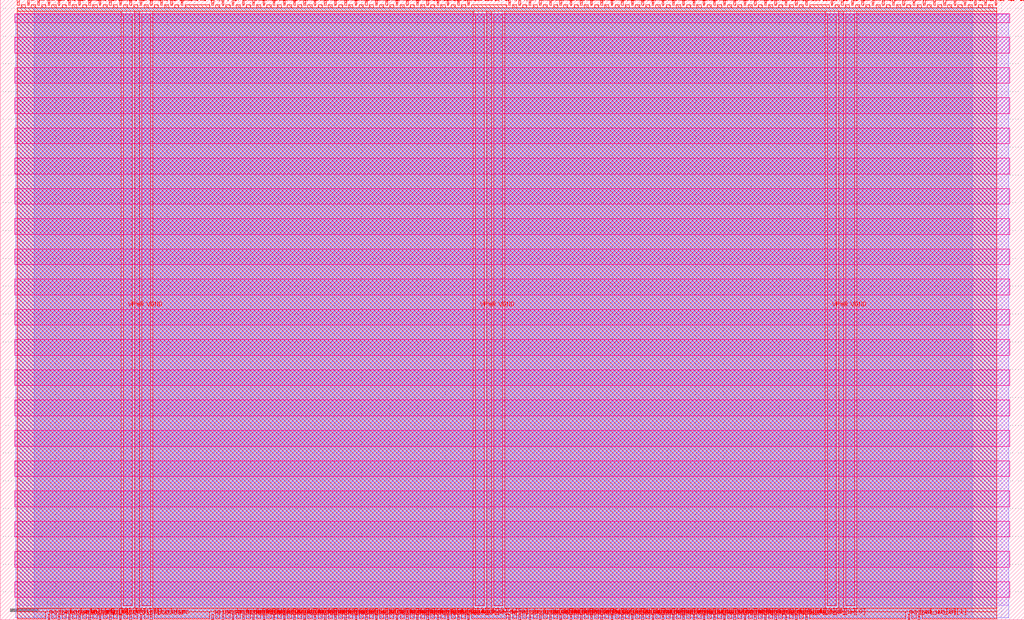
<source format=lef>
VERSION 5.7 ;
  NOWIREEXTENSIONATPIN ON ;
  DIVIDERCHAR "/" ;
  BUSBITCHARS "[]" ;
MACRO tt_ctrl
  CLASS BLOCK ;
  FOREIGN tt_ctrl ;
  ORIGIN 0.000 0.000 ;
  SIZE 184.000 BY 111.520 ;
  PIN VGND
    DIRECTION INOUT ;
    USE GROUND ;
    PORT
      LAYER met4 ;
        RECT 25.450 2.480 27.050 109.040 ;
    END
    PORT
      LAYER met4 ;
        RECT 88.710 2.480 90.310 109.040 ;
    END
    PORT
      LAYER met4 ;
        RECT 151.970 2.480 153.570 109.040 ;
    END
  END VGND
  PIN VPWR
    DIRECTION INOUT ;
    USE POWER ;
    PORT
      LAYER met4 ;
        RECT 22.150 2.480 23.750 109.040 ;
    END
    PORT
      LAYER met4 ;
        RECT 85.410 2.480 87.010 109.040 ;
    END
    PORT
      LAYER met4 ;
        RECT 148.670 2.480 150.270 109.040 ;
    END
  END VPWR
  PIN ctrl_ena
    DIRECTION INPUT ;
    USE SIGNAL ;
    ANTENNAGATEAREA 0.159000 ;
    ANTENNADIFFAREA 0.434700 ;
    PORT
      LAYER met4 ;
        RECT 26.990 0.000 27.290 1.000 ;
    END
  END ctrl_ena
  PIN ctrl_sel_inc
    DIRECTION INPUT ;
    USE SIGNAL ;
    ANTENNAGATEAREA 0.159000 ;
    ANTENNADIFFAREA 0.434700 ;
    PORT
      LAYER met4 ;
        RECT 25.150 0.000 25.450 1.000 ;
    END
  END ctrl_sel_inc
  PIN ctrl_sel_rst_n
    DIRECTION INPUT ;
    USE SIGNAL ;
    ANTENNAGATEAREA 0.159000 ;
    ANTENNADIFFAREA 0.434700 ;
    PORT
      LAYER met4 ;
        RECT 23.310 0.000 23.610 1.000 ;
    END
  END ctrl_sel_rst_n
  PIN k_one
    DIRECTION OUTPUT TRISTATE ;
    USE SIGNAL ;
    PORT
      LAYER met4 ;
        RECT 19.630 0.000 19.930 1.000 ;
    END
  END k_one
  PIN k_zero
    DIRECTION OUTPUT TRISTATE ;
    USE SIGNAL ;
    PORT
      LAYER met4 ;
        RECT 21.470 0.000 21.770 1.000 ;
    END
  END k_zero
  PIN pad_ui_in[0]
    DIRECTION INPUT ;
    USE SIGNAL ;
    ANTENNAGATEAREA 0.252000 ;
    ANTENNADIFFAREA 0.434700 ;
    PORT
      LAYER met4 ;
        RECT 163.150 0.000 163.450 1.000 ;
    END
  END pad_ui_in[0]
  PIN pad_ui_in[1]
    DIRECTION INPUT ;
    USE SIGNAL ;
    ANTENNAGATEAREA 0.252000 ;
    ANTENNADIFFAREA 0.434700 ;
    PORT
      LAYER met4 ;
        RECT 164.990 0.000 165.290 1.000 ;
    END
  END pad_ui_in[1]
  PIN pad_ui_in[2]
    DIRECTION INPUT ;
    USE SIGNAL ;
    ANTENNAGATEAREA 0.252000 ;
    ANTENNADIFFAREA 0.434700 ;
    PORT
      LAYER met4 ;
        RECT 178.790 110.520 179.090 111.520 ;
    END
  END pad_ui_in[2]
  PIN pad_ui_in[3]
    DIRECTION INPUT ;
    USE SIGNAL ;
    ANTENNAGATEAREA 0.252000 ;
    ANTENNADIFFAREA 0.434700 ;
    PORT
      LAYER met4 ;
        RECT 176.950 110.520 177.250 111.520 ;
    END
  END pad_ui_in[3]
  PIN pad_ui_in[4]
    DIRECTION INPUT ;
    USE SIGNAL ;
    ANTENNAGATEAREA 0.252000 ;
    ANTENNADIFFAREA 0.434700 ;
    PORT
      LAYER met4 ;
        RECT 175.110 110.520 175.410 111.520 ;
    END
  END pad_ui_in[4]
  PIN pad_ui_in[5]
    DIRECTION INPUT ;
    USE SIGNAL ;
    ANTENNAGATEAREA 0.252000 ;
    ANTENNADIFFAREA 0.434700 ;
    PORT
      LAYER met4 ;
        RECT 173.270 110.520 173.570 111.520 ;
    END
  END pad_ui_in[5]
  PIN pad_ui_in[6]
    DIRECTION INPUT ;
    USE SIGNAL ;
    ANTENNAGATEAREA 0.252000 ;
    ANTENNADIFFAREA 0.434700 ;
    PORT
      LAYER met4 ;
        RECT 171.430 110.520 171.730 111.520 ;
    END
  END pad_ui_in[6]
  PIN pad_ui_in[7]
    DIRECTION INPUT ;
    USE SIGNAL ;
    ANTENNAGATEAREA 0.252000 ;
    ANTENNADIFFAREA 0.434700 ;
    PORT
      LAYER met4 ;
        RECT 169.590 110.520 169.890 111.520 ;
    END
  END pad_ui_in[7]
  PIN pad_ui_in[8]
    DIRECTION INPUT ;
    USE SIGNAL ;
    ANTENNAGATEAREA 0.252000 ;
    ANTENNADIFFAREA 0.434700 ;
    PORT
      LAYER met4 ;
        RECT 167.750 110.520 168.050 111.520 ;
    END
  END pad_ui_in[8]
  PIN pad_ui_in[9]
    DIRECTION INPUT ;
    USE SIGNAL ;
    ANTENNAGATEAREA 0.252000 ;
    ANTENNADIFFAREA 0.434700 ;
    PORT
      LAYER met4 ;
        RECT 165.910 110.520 166.210 111.520 ;
    END
  END pad_ui_in[9]
  PIN pad_uio_in[0]
    DIRECTION INPUT ;
    USE SIGNAL ;
    ANTENNAGATEAREA 0.252000 ;
    ANTENNADIFFAREA 0.434700 ;
    PORT
      LAYER met4 ;
        RECT 30.670 110.520 30.970 111.520 ;
    END
  END pad_uio_in[0]
  PIN pad_uio_in[1]
    DIRECTION INPUT ;
    USE SIGNAL ;
    ANTENNAGATEAREA 0.252000 ;
    ANTENNADIFFAREA 0.434700 ;
    PORT
      LAYER met4 ;
        RECT 25.150 110.520 25.450 111.520 ;
    END
  END pad_uio_in[1]
  PIN pad_uio_in[2]
    DIRECTION INPUT ;
    USE SIGNAL ;
    ANTENNAGATEAREA 0.252000 ;
    ANTENNADIFFAREA 0.434700 ;
    PORT
      LAYER met4 ;
        RECT 19.630 110.520 19.930 111.520 ;
    END
  END pad_uio_in[2]
  PIN pad_uio_in[3]
    DIRECTION INPUT ;
    USE SIGNAL ;
    ANTENNAGATEAREA 0.252000 ;
    ANTENNADIFFAREA 0.434700 ;
    PORT
      LAYER met4 ;
        RECT 14.110 110.520 14.410 111.520 ;
    END
  END pad_uio_in[3]
  PIN pad_uio_in[4]
    DIRECTION INPUT ;
    USE SIGNAL ;
    ANTENNAGATEAREA 0.252000 ;
    ANTENNADIFFAREA 0.434700 ;
    PORT
      LAYER met4 ;
        RECT 8.590 110.520 8.890 111.520 ;
    END
  END pad_uio_in[4]
  PIN pad_uio_in[5]
    DIRECTION INPUT ;
    USE SIGNAL ;
    ANTENNAGATEAREA 0.252000 ;
    ANTENNADIFFAREA 0.434700 ;
    PORT
      LAYER met4 ;
        RECT 3.070 110.520 3.370 111.520 ;
    END
  END pad_uio_in[5]
  PIN pad_uio_in[6]
    DIRECTION INPUT ;
    USE SIGNAL ;
    ANTENNAGATEAREA 0.252000 ;
    ANTENNADIFFAREA 0.434700 ;
    PORT
      LAYER met4 ;
        RECT 8.590 0.000 8.890 1.000 ;
    END
  END pad_uio_in[6]
  PIN pad_uio_in[7]
    DIRECTION INPUT ;
    USE SIGNAL ;
    ANTENNAGATEAREA 0.252000 ;
    ANTENNADIFFAREA 0.434700 ;
    PORT
      LAYER met4 ;
        RECT 14.110 0.000 14.410 1.000 ;
    END
  END pad_uio_in[7]
  PIN pad_uio_oe_n[0]
    DIRECTION OUTPUT TRISTATE ;
    USE SIGNAL ;
    ANTENNADIFFAREA 1.782000 ;
    PORT
      LAYER met4 ;
        RECT 149.350 110.520 149.650 111.520 ;
    END
  END pad_uio_oe_n[0]
  PIN pad_uio_oe_n[1]
    DIRECTION OUTPUT TRISTATE ;
    USE SIGNAL ;
    ANTENNADIFFAREA 1.782000 ;
    PORT
      LAYER met4 ;
        RECT 28.830 110.520 29.130 111.520 ;
    END
  END pad_uio_oe_n[1]
  PIN pad_uio_oe_n[2]
    DIRECTION OUTPUT TRISTATE ;
    USE SIGNAL ;
    ANTENNADIFFAREA 1.782000 ;
    PORT
      LAYER met4 ;
        RECT 23.310 110.520 23.610 111.520 ;
    END
  END pad_uio_oe_n[2]
  PIN pad_uio_oe_n[3]
    DIRECTION OUTPUT TRISTATE ;
    USE SIGNAL ;
    ANTENNADIFFAREA 1.782000 ;
    PORT
      LAYER met4 ;
        RECT 17.790 110.520 18.090 111.520 ;
    END
  END pad_uio_oe_n[3]
  PIN pad_uio_oe_n[4]
    DIRECTION OUTPUT TRISTATE ;
    USE SIGNAL ;
    ANTENNADIFFAREA 1.782000 ;
    PORT
      LAYER met4 ;
        RECT 12.270 110.520 12.570 111.520 ;
    END
  END pad_uio_oe_n[4]
  PIN pad_uio_oe_n[5]
    DIRECTION OUTPUT TRISTATE ;
    USE SIGNAL ;
    ANTENNADIFFAREA 1.782000 ;
    PORT
      LAYER met4 ;
        RECT 6.750 110.520 7.050 111.520 ;
    END
  END pad_uio_oe_n[5]
  PIN pad_uio_oe_n[6]
    DIRECTION OUTPUT TRISTATE ;
    USE SIGNAL ;
    ANTENNADIFFAREA 1.782000 ;
    PORT
      LAYER met4 ;
        RECT 12.270 0.000 12.570 1.000 ;
    END
  END pad_uio_oe_n[6]
  PIN pad_uio_oe_n[7]
    DIRECTION OUTPUT TRISTATE ;
    USE SIGNAL ;
    ANTENNADIFFAREA 1.782000 ;
    PORT
      LAYER met4 ;
        RECT 17.790 0.000 18.090 1.000 ;
    END
  END pad_uio_oe_n[7]
  PIN pad_uio_out[0]
    DIRECTION OUTPUT TRISTATE ;
    USE SIGNAL ;
    ANTENNADIFFAREA 1.782000 ;
    PORT
      LAYER met4 ;
        RECT 32.510 110.520 32.810 111.520 ;
    END
  END pad_uio_out[0]
  PIN pad_uio_out[1]
    DIRECTION OUTPUT TRISTATE ;
    USE SIGNAL ;
    ANTENNADIFFAREA 1.782000 ;
    PORT
      LAYER met4 ;
        RECT 26.990 110.520 27.290 111.520 ;
    END
  END pad_uio_out[1]
  PIN pad_uio_out[2]
    DIRECTION OUTPUT TRISTATE ;
    USE SIGNAL ;
    ANTENNADIFFAREA 1.782000 ;
    PORT
      LAYER met4 ;
        RECT 21.470 110.520 21.770 111.520 ;
    END
  END pad_uio_out[2]
  PIN pad_uio_out[3]
    DIRECTION OUTPUT TRISTATE ;
    USE SIGNAL ;
    ANTENNADIFFAREA 1.782000 ;
    PORT
      LAYER met4 ;
        RECT 15.950 110.520 16.250 111.520 ;
    END
  END pad_uio_out[3]
  PIN pad_uio_out[4]
    DIRECTION OUTPUT TRISTATE ;
    USE SIGNAL ;
    ANTENNADIFFAREA 1.782000 ;
    PORT
      LAYER met4 ;
        RECT 10.430 110.520 10.730 111.520 ;
    END
  END pad_uio_out[4]
  PIN pad_uio_out[5]
    DIRECTION OUTPUT TRISTATE ;
    USE SIGNAL ;
    ANTENNADIFFAREA 1.782000 ;
    PORT
      LAYER met4 ;
        RECT 4.910 110.520 5.210 111.520 ;
    END
  END pad_uio_out[5]
  PIN pad_uio_out[6]
    DIRECTION OUTPUT TRISTATE ;
    USE SIGNAL ;
    ANTENNADIFFAREA 1.782000 ;
    PORT
      LAYER met4 ;
        RECT 10.430 0.000 10.730 1.000 ;
    END
  END pad_uio_out[6]
  PIN pad_uio_out[7]
    DIRECTION OUTPUT TRISTATE ;
    USE SIGNAL ;
    ANTENNADIFFAREA 1.782000 ;
    PORT
      LAYER met4 ;
        RECT 15.950 0.000 16.250 1.000 ;
    END
  END pad_uio_out[7]
  PIN pad_uo_out[0]
    DIRECTION OUTPUT TRISTATE ;
    USE SIGNAL ;
    ANTENNADIFFAREA 1.782000 ;
    PORT
      LAYER met4 ;
        RECT 164.070 110.520 164.370 111.520 ;
    END
  END pad_uo_out[0]
  PIN pad_uo_out[1]
    DIRECTION OUTPUT TRISTATE ;
    USE SIGNAL ;
    ANTENNADIFFAREA 1.782000 ;
    PORT
      LAYER met4 ;
        RECT 162.230 110.520 162.530 111.520 ;
    END
  END pad_uo_out[1]
  PIN pad_uo_out[2]
    DIRECTION OUTPUT TRISTATE ;
    USE SIGNAL ;
    ANTENNADIFFAREA 1.782000 ;
    PORT
      LAYER met4 ;
        RECT 160.390 110.520 160.690 111.520 ;
    END
  END pad_uo_out[2]
  PIN pad_uo_out[3]
    DIRECTION OUTPUT TRISTATE ;
    USE SIGNAL ;
    ANTENNADIFFAREA 1.782000 ;
    PORT
      LAYER met4 ;
        RECT 158.550 110.520 158.850 111.520 ;
    END
  END pad_uo_out[3]
  PIN pad_uo_out[4]
    DIRECTION OUTPUT TRISTATE ;
    USE SIGNAL ;
    ANTENNADIFFAREA 1.782000 ;
    PORT
      LAYER met4 ;
        RECT 156.710 110.520 157.010 111.520 ;
    END
  END pad_uo_out[4]
  PIN pad_uo_out[5]
    DIRECTION OUTPUT TRISTATE ;
    USE SIGNAL ;
    ANTENNADIFFAREA 1.782000 ;
    PORT
      LAYER met4 ;
        RECT 154.870 110.520 155.170 111.520 ;
    END
  END pad_uo_out[5]
  PIN pad_uo_out[6]
    DIRECTION OUTPUT TRISTATE ;
    USE SIGNAL ;
    ANTENNADIFFAREA 1.782000 ;
    PORT
      LAYER met4 ;
        RECT 153.030 110.520 153.330 111.520 ;
    END
  END pad_uo_out[6]
  PIN pad_uo_out[7]
    DIRECTION OUTPUT TRISTATE ;
    USE SIGNAL ;
    ANTENNADIFFAREA 1.782000 ;
    PORT
      LAYER met4 ;
        RECT 151.190 110.520 151.490 111.520 ;
    END
  END pad_uo_out[7]
  PIN spine_bot_iw[0]
    DIRECTION OUTPUT TRISTATE ;
    USE SIGNAL ;
    PORT
      LAYER met4 ;
        RECT 144.750 0.000 145.050 1.000 ;
    END
  END spine_bot_iw[0]
  PIN spine_bot_iw[10]
    DIRECTION OUTPUT TRISTATE ;
    USE SIGNAL ;
    ANTENNADIFFAREA 1.782000 ;
    PORT
      LAYER met4 ;
        RECT 126.350 0.000 126.650 1.000 ;
    END
  END spine_bot_iw[10]
  PIN spine_bot_iw[11]
    DIRECTION OUTPUT TRISTATE ;
    USE SIGNAL ;
    ANTENNADIFFAREA 1.782000 ;
    PORT
      LAYER met4 ;
        RECT 124.510 0.000 124.810 1.000 ;
    END
  END spine_bot_iw[11]
  PIN spine_bot_iw[12]
    DIRECTION OUTPUT TRISTATE ;
    USE SIGNAL ;
    ANTENNADIFFAREA 1.782000 ;
    PORT
      LAYER met4 ;
        RECT 122.670 0.000 122.970 1.000 ;
    END
  END spine_bot_iw[12]
  PIN spine_bot_iw[13]
    DIRECTION OUTPUT TRISTATE ;
    USE SIGNAL ;
    ANTENNADIFFAREA 1.782000 ;
    PORT
      LAYER met4 ;
        RECT 120.830 0.000 121.130 1.000 ;
    END
  END spine_bot_iw[13]
  PIN spine_bot_iw[14]
    DIRECTION OUTPUT TRISTATE ;
    USE SIGNAL ;
    ANTENNADIFFAREA 1.782000 ;
    PORT
      LAYER met4 ;
        RECT 118.990 0.000 119.290 1.000 ;
    END
  END spine_bot_iw[14]
  PIN spine_bot_iw[15]
    DIRECTION OUTPUT TRISTATE ;
    USE SIGNAL ;
    ANTENNADIFFAREA 1.782000 ;
    PORT
      LAYER met4 ;
        RECT 117.150 0.000 117.450 1.000 ;
    END
  END spine_bot_iw[15]
  PIN spine_bot_iw[16]
    DIRECTION OUTPUT TRISTATE ;
    USE SIGNAL ;
    ANTENNADIFFAREA 1.782000 ;
    PORT
      LAYER met4 ;
        RECT 115.310 0.000 115.610 1.000 ;
    END
  END spine_bot_iw[16]
  PIN spine_bot_iw[17]
    DIRECTION OUTPUT TRISTATE ;
    USE SIGNAL ;
    ANTENNADIFFAREA 1.782000 ;
    PORT
      LAYER met4 ;
        RECT 113.470 0.000 113.770 1.000 ;
    END
  END spine_bot_iw[17]
  PIN spine_bot_iw[18]
    DIRECTION OUTPUT TRISTATE ;
    USE SIGNAL ;
    ANTENNADIFFAREA 1.782000 ;
    PORT
      LAYER met4 ;
        RECT 111.630 0.000 111.930 1.000 ;
    END
  END spine_bot_iw[18]
  PIN spine_bot_iw[19]
    DIRECTION OUTPUT TRISTATE ;
    USE SIGNAL ;
    ANTENNADIFFAREA 1.782000 ;
    PORT
      LAYER met4 ;
        RECT 109.790 0.000 110.090 1.000 ;
    END
  END spine_bot_iw[19]
  PIN spine_bot_iw[1]
    DIRECTION OUTPUT TRISTATE ;
    USE SIGNAL ;
    ANTENNADIFFAREA 1.782000 ;
    PORT
      LAYER met4 ;
        RECT 142.910 0.000 143.210 1.000 ;
    END
  END spine_bot_iw[1]
  PIN spine_bot_iw[20]
    DIRECTION OUTPUT TRISTATE ;
    USE SIGNAL ;
    ANTENNADIFFAREA 1.782000 ;
    PORT
      LAYER met4 ;
        RECT 107.950 0.000 108.250 1.000 ;
    END
  END spine_bot_iw[20]
  PIN spine_bot_iw[21]
    DIRECTION OUTPUT TRISTATE ;
    USE SIGNAL ;
    ANTENNADIFFAREA 1.782000 ;
    PORT
      LAYER met4 ;
        RECT 106.110 0.000 106.410 1.000 ;
    END
  END spine_bot_iw[21]
  PIN spine_bot_iw[22]
    DIRECTION OUTPUT TRISTATE ;
    USE SIGNAL ;
    ANTENNADIFFAREA 1.782000 ;
    PORT
      LAYER met4 ;
        RECT 104.270 0.000 104.570 1.000 ;
    END
  END spine_bot_iw[22]
  PIN spine_bot_iw[23]
    DIRECTION OUTPUT TRISTATE ;
    USE SIGNAL ;
    ANTENNADIFFAREA 1.782000 ;
    PORT
      LAYER met4 ;
        RECT 102.430 0.000 102.730 1.000 ;
    END
  END spine_bot_iw[23]
  PIN spine_bot_iw[24]
    DIRECTION OUTPUT TRISTATE ;
    USE SIGNAL ;
    ANTENNADIFFAREA 1.782000 ;
    PORT
      LAYER met4 ;
        RECT 100.590 0.000 100.890 1.000 ;
    END
  END spine_bot_iw[24]
  PIN spine_bot_iw[25]
    DIRECTION OUTPUT TRISTATE ;
    USE SIGNAL ;
    ANTENNADIFFAREA 1.782000 ;
    PORT
      LAYER met4 ;
        RECT 98.750 0.000 99.050 1.000 ;
    END
  END spine_bot_iw[25]
  PIN spine_bot_iw[26]
    DIRECTION OUTPUT TRISTATE ;
    USE SIGNAL ;
    ANTENNADIFFAREA 1.782000 ;
    PORT
      LAYER met4 ;
        RECT 96.910 0.000 97.210 1.000 ;
    END
  END spine_bot_iw[26]
  PIN spine_bot_iw[27]
    DIRECTION OUTPUT TRISTATE ;
    USE SIGNAL ;
    ANTENNADIFFAREA 1.782000 ;
    PORT
      LAYER met4 ;
        RECT 95.070 0.000 95.370 1.000 ;
    END
  END spine_bot_iw[27]
  PIN spine_bot_iw[28]
    DIRECTION OUTPUT TRISTATE ;
    USE SIGNAL ;
    ANTENNADIFFAREA 1.782000 ;
    PORT
      LAYER met4 ;
        RECT 93.230 0.000 93.530 1.000 ;
    END
  END spine_bot_iw[28]
  PIN spine_bot_iw[29]
    DIRECTION OUTPUT TRISTATE ;
    USE SIGNAL ;
    PORT
      LAYER met4 ;
        RECT 91.390 0.000 91.690 1.000 ;
    END
  END spine_bot_iw[29]
  PIN spine_bot_iw[2]
    DIRECTION OUTPUT TRISTATE ;
    USE SIGNAL ;
    ANTENNADIFFAREA 1.782000 ;
    PORT
      LAYER met4 ;
        RECT 141.070 0.000 141.370 1.000 ;
    END
  END spine_bot_iw[2]
  PIN spine_bot_iw[3]
    DIRECTION OUTPUT TRISTATE ;
    USE SIGNAL ;
    ANTENNADIFFAREA 1.782000 ;
    PORT
      LAYER met4 ;
        RECT 139.230 0.000 139.530 1.000 ;
    END
  END spine_bot_iw[3]
  PIN spine_bot_iw[4]
    DIRECTION OUTPUT TRISTATE ;
    USE SIGNAL ;
    ANTENNADIFFAREA 1.782000 ;
    PORT
      LAYER met4 ;
        RECT 137.390 0.000 137.690 1.000 ;
    END
  END spine_bot_iw[4]
  PIN spine_bot_iw[5]
    DIRECTION OUTPUT TRISTATE ;
    USE SIGNAL ;
    ANTENNADIFFAREA 1.782000 ;
    PORT
      LAYER met4 ;
        RECT 135.550 0.000 135.850 1.000 ;
    END
  END spine_bot_iw[5]
  PIN spine_bot_iw[6]
    DIRECTION OUTPUT TRISTATE ;
    USE SIGNAL ;
    ANTENNADIFFAREA 1.782000 ;
    PORT
      LAYER met4 ;
        RECT 133.710 0.000 134.010 1.000 ;
    END
  END spine_bot_iw[6]
  PIN spine_bot_iw[7]
    DIRECTION OUTPUT TRISTATE ;
    USE SIGNAL ;
    ANTENNADIFFAREA 1.782000 ;
    PORT
      LAYER met4 ;
        RECT 131.870 0.000 132.170 1.000 ;
    END
  END spine_bot_iw[7]
  PIN spine_bot_iw[8]
    DIRECTION OUTPUT TRISTATE ;
    USE SIGNAL ;
    ANTENNADIFFAREA 1.782000 ;
    PORT
      LAYER met4 ;
        RECT 130.030 0.000 130.330 1.000 ;
    END
  END spine_bot_iw[8]
  PIN spine_bot_iw[9]
    DIRECTION OUTPUT TRISTATE ;
    USE SIGNAL ;
    ANTENNADIFFAREA 1.782000 ;
    PORT
      LAYER met4 ;
        RECT 128.190 0.000 128.490 1.000 ;
    END
  END spine_bot_iw[9]
  PIN spine_bot_ow[0]
    DIRECTION INPUT ;
    USE SIGNAL ;
    ANTENNADIFFAREA 0.434700 ;
    PORT
      LAYER met4 ;
        RECT 84.030 0.000 84.330 1.000 ;
    END
  END spine_bot_ow[0]
  PIN spine_bot_ow[10]
    DIRECTION INPUT ;
    USE SIGNAL ;
    ANTENNAGATEAREA 0.495000 ;
    ANTENNADIFFAREA 1.035700 ;
    PORT
      LAYER met4 ;
        RECT 65.630 0.000 65.930 1.000 ;
    END
  END spine_bot_ow[10]
  PIN spine_bot_ow[11]
    DIRECTION INPUT ;
    USE SIGNAL ;
    ANTENNAGATEAREA 0.495000 ;
    ANTENNADIFFAREA 1.035700 ;
    PORT
      LAYER met4 ;
        RECT 63.790 0.000 64.090 1.000 ;
    END
  END spine_bot_ow[11]
  PIN spine_bot_ow[12]
    DIRECTION INPUT ;
    USE SIGNAL ;
    ANTENNAGATEAREA 0.495000 ;
    ANTENNADIFFAREA 1.035700 ;
    PORT
      LAYER met4 ;
        RECT 61.950 0.000 62.250 1.000 ;
    END
  END spine_bot_ow[12]
  PIN spine_bot_ow[13]
    DIRECTION INPUT ;
    USE SIGNAL ;
    ANTENNAGATEAREA 0.495000 ;
    ANTENNADIFFAREA 1.035700 ;
    PORT
      LAYER met4 ;
        RECT 60.110 0.000 60.410 1.000 ;
    END
  END spine_bot_ow[13]
  PIN spine_bot_ow[14]
    DIRECTION INPUT ;
    USE SIGNAL ;
    ANTENNAGATEAREA 0.495000 ;
    ANTENNADIFFAREA 1.035700 ;
    PORT
      LAYER met4 ;
        RECT 58.270 0.000 58.570 1.000 ;
    END
  END spine_bot_ow[14]
  PIN spine_bot_ow[15]
    DIRECTION INPUT ;
    USE SIGNAL ;
    ANTENNAGATEAREA 0.495000 ;
    ANTENNADIFFAREA 1.035700 ;
    PORT
      LAYER met4 ;
        RECT 56.430 0.000 56.730 1.000 ;
    END
  END spine_bot_ow[15]
  PIN spine_bot_ow[16]
    DIRECTION INPUT ;
    USE SIGNAL ;
    ANTENNAGATEAREA 0.495000 ;
    ANTENNADIFFAREA 1.035700 ;
    PORT
      LAYER met4 ;
        RECT 54.590 0.000 54.890 1.000 ;
    END
  END spine_bot_ow[16]
  PIN spine_bot_ow[17]
    DIRECTION INPUT ;
    USE SIGNAL ;
    ANTENNAGATEAREA 0.159000 ;
    ANTENNADIFFAREA 1.035700 ;
    PORT
      LAYER met4 ;
        RECT 52.750 0.000 53.050 1.000 ;
    END
  END spine_bot_ow[17]
  PIN spine_bot_ow[18]
    DIRECTION INPUT ;
    USE SIGNAL ;
    ANTENNAGATEAREA 0.159000 ;
    ANTENNADIFFAREA 1.035700 ;
    PORT
      LAYER met4 ;
        RECT 50.910 0.000 51.210 1.000 ;
    END
  END spine_bot_ow[18]
  PIN spine_bot_ow[19]
    DIRECTION INPUT ;
    USE SIGNAL ;
    ANTENNAGATEAREA 0.159000 ;
    ANTENNADIFFAREA 1.035700 ;
    PORT
      LAYER met4 ;
        RECT 49.070 0.000 49.370 1.000 ;
    END
  END spine_bot_ow[19]
  PIN spine_bot_ow[1]
    DIRECTION INPUT ;
    USE SIGNAL ;
    ANTENNAGATEAREA 0.495000 ;
    ANTENNADIFFAREA 1.035700 ;
    PORT
      LAYER met4 ;
        RECT 82.190 0.000 82.490 1.000 ;
    END
  END spine_bot_ow[1]
  PIN spine_bot_ow[20]
    DIRECTION INPUT ;
    USE SIGNAL ;
    ANTENNAGATEAREA 0.159000 ;
    ANTENNADIFFAREA 1.035700 ;
    PORT
      LAYER met4 ;
        RECT 47.230 0.000 47.530 1.000 ;
    END
  END spine_bot_ow[20]
  PIN spine_bot_ow[21]
    DIRECTION INPUT ;
    USE SIGNAL ;
    ANTENNAGATEAREA 0.159000 ;
    ANTENNADIFFAREA 1.470400 ;
    PORT
      LAYER met4 ;
        RECT 45.390 0.000 45.690 1.000 ;
    END
  END spine_bot_ow[21]
  PIN spine_bot_ow[22]
    DIRECTION INPUT ;
    USE SIGNAL ;
    ANTENNAGATEAREA 0.159000 ;
    ANTENNADIFFAREA 1.035700 ;
    PORT
      LAYER met4 ;
        RECT 43.550 0.000 43.850 1.000 ;
    END
  END spine_bot_ow[22]
  PIN spine_bot_ow[23]
    DIRECTION INPUT ;
    USE SIGNAL ;
    ANTENNAGATEAREA 0.159000 ;
    ANTENNADIFFAREA 1.035700 ;
    PORT
      LAYER met4 ;
        RECT 41.710 0.000 42.010 1.000 ;
    END
  END spine_bot_ow[23]
  PIN spine_bot_ow[24]
    DIRECTION INPUT ;
    USE SIGNAL ;
    ANTENNAGATEAREA 0.159000 ;
    ANTENNADIFFAREA 1.035700 ;
    PORT
      LAYER met4 ;
        RECT 39.870 0.000 40.170 1.000 ;
    END
  END spine_bot_ow[24]
  PIN spine_bot_ow[25]
    DIRECTION INPUT ;
    USE SIGNAL ;
    ANTENNADIFFAREA 0.434700 ;
    PORT
      LAYER met4 ;
        RECT 38.030 0.000 38.330 1.000 ;
    END
  END spine_bot_ow[25]
  PIN spine_bot_ow[2]
    DIRECTION INPUT ;
    USE SIGNAL ;
    ANTENNAGATEAREA 0.495000 ;
    ANTENNADIFFAREA 1.035700 ;
    PORT
      LAYER met4 ;
        RECT 80.350 0.000 80.650 1.000 ;
    END
  END spine_bot_ow[2]
  PIN spine_bot_ow[3]
    DIRECTION INPUT ;
    USE SIGNAL ;
    ANTENNAGATEAREA 0.495000 ;
    ANTENNADIFFAREA 1.035700 ;
    PORT
      LAYER met4 ;
        RECT 78.510 0.000 78.810 1.000 ;
    END
  END spine_bot_ow[3]
  PIN spine_bot_ow[4]
    DIRECTION INPUT ;
    USE SIGNAL ;
    ANTENNAGATEAREA 0.495000 ;
    ANTENNADIFFAREA 1.035700 ;
    PORT
      LAYER met4 ;
        RECT 76.670 0.000 76.970 1.000 ;
    END
  END spine_bot_ow[4]
  PIN spine_bot_ow[5]
    DIRECTION INPUT ;
    USE SIGNAL ;
    ANTENNAGATEAREA 0.495000 ;
    ANTENNADIFFAREA 1.035700 ;
    PORT
      LAYER met4 ;
        RECT 74.830 0.000 75.130 1.000 ;
    END
  END spine_bot_ow[5]
  PIN spine_bot_ow[6]
    DIRECTION INPUT ;
    USE SIGNAL ;
    ANTENNAGATEAREA 0.495000 ;
    ANTENNADIFFAREA 1.035700 ;
    PORT
      LAYER met4 ;
        RECT 72.990 0.000 73.290 1.000 ;
    END
  END spine_bot_ow[6]
  PIN spine_bot_ow[7]
    DIRECTION INPUT ;
    USE SIGNAL ;
    ANTENNAGATEAREA 0.495000 ;
    ANTENNADIFFAREA 1.035700 ;
    PORT
      LAYER met4 ;
        RECT 71.150 0.000 71.450 1.000 ;
    END
  END spine_bot_ow[7]
  PIN spine_bot_ow[8]
    DIRECTION INPUT ;
    USE SIGNAL ;
    ANTENNAGATEAREA 0.495000 ;
    ANTENNADIFFAREA 1.035700 ;
    PORT
      LAYER met4 ;
        RECT 69.310 0.000 69.610 1.000 ;
    END
  END spine_bot_ow[8]
  PIN spine_bot_ow[9]
    DIRECTION INPUT ;
    USE SIGNAL ;
    ANTENNAGATEAREA 0.495000 ;
    ANTENNADIFFAREA 1.035700 ;
    PORT
      LAYER met4 ;
        RECT 67.470 0.000 67.770 1.000 ;
    END
  END spine_bot_ow[9]
  PIN spine_top_iw[0]
    DIRECTION OUTPUT TRISTATE ;
    USE SIGNAL ;
    PORT
      LAYER met4 ;
        RECT 144.750 110.520 145.050 111.520 ;
    END
  END spine_top_iw[0]
  PIN spine_top_iw[10]
    DIRECTION OUTPUT TRISTATE ;
    USE SIGNAL ;
    ANTENNADIFFAREA 1.782000 ;
    PORT
      LAYER met4 ;
        RECT 126.350 110.520 126.650 111.520 ;
    END
  END spine_top_iw[10]
  PIN spine_top_iw[11]
    DIRECTION OUTPUT TRISTATE ;
    USE SIGNAL ;
    ANTENNADIFFAREA 1.782000 ;
    PORT
      LAYER met4 ;
        RECT 124.510 110.520 124.810 111.520 ;
    END
  END spine_top_iw[11]
  PIN spine_top_iw[12]
    DIRECTION OUTPUT TRISTATE ;
    USE SIGNAL ;
    ANTENNADIFFAREA 1.782000 ;
    PORT
      LAYER met4 ;
        RECT 122.670 110.520 122.970 111.520 ;
    END
  END spine_top_iw[12]
  PIN spine_top_iw[13]
    DIRECTION OUTPUT TRISTATE ;
    USE SIGNAL ;
    ANTENNADIFFAREA 1.782000 ;
    PORT
      LAYER met4 ;
        RECT 120.830 110.520 121.130 111.520 ;
    END
  END spine_top_iw[13]
  PIN spine_top_iw[14]
    DIRECTION OUTPUT TRISTATE ;
    USE SIGNAL ;
    ANTENNADIFFAREA 1.782000 ;
    PORT
      LAYER met4 ;
        RECT 118.990 110.520 119.290 111.520 ;
    END
  END spine_top_iw[14]
  PIN spine_top_iw[15]
    DIRECTION OUTPUT TRISTATE ;
    USE SIGNAL ;
    ANTENNADIFFAREA 1.782000 ;
    PORT
      LAYER met4 ;
        RECT 117.150 110.520 117.450 111.520 ;
    END
  END spine_top_iw[15]
  PIN spine_top_iw[16]
    DIRECTION OUTPUT TRISTATE ;
    USE SIGNAL ;
    ANTENNADIFFAREA 1.782000 ;
    PORT
      LAYER met4 ;
        RECT 115.310 110.520 115.610 111.520 ;
    END
  END spine_top_iw[16]
  PIN spine_top_iw[17]
    DIRECTION OUTPUT TRISTATE ;
    USE SIGNAL ;
    ANTENNADIFFAREA 1.782000 ;
    PORT
      LAYER met4 ;
        RECT 113.470 110.520 113.770 111.520 ;
    END
  END spine_top_iw[17]
  PIN spine_top_iw[18]
    DIRECTION OUTPUT TRISTATE ;
    USE SIGNAL ;
    ANTENNADIFFAREA 1.782000 ;
    PORT
      LAYER met4 ;
        RECT 111.630 110.520 111.930 111.520 ;
    END
  END spine_top_iw[18]
  PIN spine_top_iw[19]
    DIRECTION OUTPUT TRISTATE ;
    USE SIGNAL ;
    ANTENNADIFFAREA 1.782000 ;
    PORT
      LAYER met4 ;
        RECT 109.790 110.520 110.090 111.520 ;
    END
  END spine_top_iw[19]
  PIN spine_top_iw[1]
    DIRECTION OUTPUT TRISTATE ;
    USE SIGNAL ;
    ANTENNADIFFAREA 1.782000 ;
    PORT
      LAYER met4 ;
        RECT 142.910 110.520 143.210 111.520 ;
    END
  END spine_top_iw[1]
  PIN spine_top_iw[20]
    DIRECTION OUTPUT TRISTATE ;
    USE SIGNAL ;
    ANTENNADIFFAREA 1.782000 ;
    PORT
      LAYER met4 ;
        RECT 107.950 110.520 108.250 111.520 ;
    END
  END spine_top_iw[20]
  PIN spine_top_iw[21]
    DIRECTION OUTPUT TRISTATE ;
    USE SIGNAL ;
    ANTENNADIFFAREA 1.782000 ;
    PORT
      LAYER met4 ;
        RECT 106.110 110.520 106.410 111.520 ;
    END
  END spine_top_iw[21]
  PIN spine_top_iw[22]
    DIRECTION OUTPUT TRISTATE ;
    USE SIGNAL ;
    ANTENNADIFFAREA 1.782000 ;
    PORT
      LAYER met4 ;
        RECT 104.270 110.520 104.570 111.520 ;
    END
  END spine_top_iw[22]
  PIN spine_top_iw[23]
    DIRECTION OUTPUT TRISTATE ;
    USE SIGNAL ;
    ANTENNADIFFAREA 1.782000 ;
    PORT
      LAYER met4 ;
        RECT 102.430 110.520 102.730 111.520 ;
    END
  END spine_top_iw[23]
  PIN spine_top_iw[24]
    DIRECTION OUTPUT TRISTATE ;
    USE SIGNAL ;
    ANTENNADIFFAREA 1.782000 ;
    PORT
      LAYER met4 ;
        RECT 100.590 110.520 100.890 111.520 ;
    END
  END spine_top_iw[24]
  PIN spine_top_iw[25]
    DIRECTION OUTPUT TRISTATE ;
    USE SIGNAL ;
    ANTENNADIFFAREA 1.782000 ;
    PORT
      LAYER met4 ;
        RECT 98.750 110.520 99.050 111.520 ;
    END
  END spine_top_iw[25]
  PIN spine_top_iw[26]
    DIRECTION OUTPUT TRISTATE ;
    USE SIGNAL ;
    ANTENNADIFFAREA 1.782000 ;
    PORT
      LAYER met4 ;
        RECT 96.910 110.520 97.210 111.520 ;
    END
  END spine_top_iw[26]
  PIN spine_top_iw[27]
    DIRECTION OUTPUT TRISTATE ;
    USE SIGNAL ;
    ANTENNADIFFAREA 1.782000 ;
    PORT
      LAYER met4 ;
        RECT 95.070 110.520 95.370 111.520 ;
    END
  END spine_top_iw[27]
  PIN spine_top_iw[28]
    DIRECTION OUTPUT TRISTATE ;
    USE SIGNAL ;
    ANTENNADIFFAREA 1.782000 ;
    PORT
      LAYER met4 ;
        RECT 93.230 110.520 93.530 111.520 ;
    END
  END spine_top_iw[28]
  PIN spine_top_iw[29]
    DIRECTION OUTPUT TRISTATE ;
    USE SIGNAL ;
    PORT
      LAYER met4 ;
        RECT 91.390 110.520 91.690 111.520 ;
    END
  END spine_top_iw[29]
  PIN spine_top_iw[2]
    DIRECTION OUTPUT TRISTATE ;
    USE SIGNAL ;
    ANTENNADIFFAREA 1.782000 ;
    PORT
      LAYER met4 ;
        RECT 141.070 110.520 141.370 111.520 ;
    END
  END spine_top_iw[2]
  PIN spine_top_iw[3]
    DIRECTION OUTPUT TRISTATE ;
    USE SIGNAL ;
    ANTENNADIFFAREA 1.782000 ;
    PORT
      LAYER met4 ;
        RECT 139.230 110.520 139.530 111.520 ;
    END
  END spine_top_iw[3]
  PIN spine_top_iw[4]
    DIRECTION OUTPUT TRISTATE ;
    USE SIGNAL ;
    ANTENNADIFFAREA 1.782000 ;
    PORT
      LAYER met4 ;
        RECT 137.390 110.520 137.690 111.520 ;
    END
  END spine_top_iw[4]
  PIN spine_top_iw[5]
    DIRECTION OUTPUT TRISTATE ;
    USE SIGNAL ;
    ANTENNADIFFAREA 1.782000 ;
    PORT
      LAYER met4 ;
        RECT 135.550 110.520 135.850 111.520 ;
    END
  END spine_top_iw[5]
  PIN spine_top_iw[6]
    DIRECTION OUTPUT TRISTATE ;
    USE SIGNAL ;
    ANTENNADIFFAREA 1.782000 ;
    PORT
      LAYER met4 ;
        RECT 133.710 110.520 134.010 111.520 ;
    END
  END spine_top_iw[6]
  PIN spine_top_iw[7]
    DIRECTION OUTPUT TRISTATE ;
    USE SIGNAL ;
    ANTENNADIFFAREA 1.782000 ;
    PORT
      LAYER met4 ;
        RECT 131.870 110.520 132.170 111.520 ;
    END
  END spine_top_iw[7]
  PIN spine_top_iw[8]
    DIRECTION OUTPUT TRISTATE ;
    USE SIGNAL ;
    ANTENNADIFFAREA 1.782000 ;
    PORT
      LAYER met4 ;
        RECT 130.030 110.520 130.330 111.520 ;
    END
  END spine_top_iw[8]
  PIN spine_top_iw[9]
    DIRECTION OUTPUT TRISTATE ;
    USE SIGNAL ;
    ANTENNADIFFAREA 1.782000 ;
    PORT
      LAYER met4 ;
        RECT 128.190 110.520 128.490 111.520 ;
    END
  END spine_top_iw[9]
  PIN spine_top_ow[0]
    DIRECTION INPUT ;
    USE SIGNAL ;
    ANTENNADIFFAREA 0.434700 ;
    PORT
      LAYER met4 ;
        RECT 84.030 110.520 84.330 111.520 ;
    END
  END spine_top_ow[0]
  PIN spine_top_ow[10]
    DIRECTION INPUT ;
    USE SIGNAL ;
    ANTENNAGATEAREA 0.495000 ;
    ANTENNADIFFAREA 1.035700 ;
    PORT
      LAYER met4 ;
        RECT 65.630 110.520 65.930 111.520 ;
    END
  END spine_top_ow[10]
  PIN spine_top_ow[11]
    DIRECTION INPUT ;
    USE SIGNAL ;
    ANTENNAGATEAREA 0.495000 ;
    ANTENNADIFFAREA 1.035700 ;
    PORT
      LAYER met4 ;
        RECT 63.790 110.520 64.090 111.520 ;
    END
  END spine_top_ow[11]
  PIN spine_top_ow[12]
    DIRECTION INPUT ;
    USE SIGNAL ;
    ANTENNAGATEAREA 0.495000 ;
    ANTENNADIFFAREA 1.035700 ;
    PORT
      LAYER met4 ;
        RECT 61.950 110.520 62.250 111.520 ;
    END
  END spine_top_ow[12]
  PIN spine_top_ow[13]
    DIRECTION INPUT ;
    USE SIGNAL ;
    ANTENNAGATEAREA 0.495000 ;
    ANTENNADIFFAREA 1.035700 ;
    PORT
      LAYER met4 ;
        RECT 60.110 110.520 60.410 111.520 ;
    END
  END spine_top_ow[13]
  PIN spine_top_ow[14]
    DIRECTION INPUT ;
    USE SIGNAL ;
    ANTENNAGATEAREA 0.495000 ;
    ANTENNADIFFAREA 1.035700 ;
    PORT
      LAYER met4 ;
        RECT 58.270 110.520 58.570 111.520 ;
    END
  END spine_top_ow[14]
  PIN spine_top_ow[15]
    DIRECTION INPUT ;
    USE SIGNAL ;
    ANTENNAGATEAREA 0.495000 ;
    ANTENNADIFFAREA 1.035700 ;
    PORT
      LAYER met4 ;
        RECT 56.430 110.520 56.730 111.520 ;
    END
  END spine_top_ow[15]
  PIN spine_top_ow[16]
    DIRECTION INPUT ;
    USE SIGNAL ;
    ANTENNAGATEAREA 0.495000 ;
    ANTENNADIFFAREA 1.035700 ;
    PORT
      LAYER met4 ;
        RECT 54.590 110.520 54.890 111.520 ;
    END
  END spine_top_ow[16]
  PIN spine_top_ow[17]
    DIRECTION INPUT ;
    USE SIGNAL ;
    ANTENNAGATEAREA 0.159000 ;
    ANTENNADIFFAREA 1.035700 ;
    PORT
      LAYER met4 ;
        RECT 52.750 110.520 53.050 111.520 ;
    END
  END spine_top_ow[17]
  PIN spine_top_ow[18]
    DIRECTION INPUT ;
    USE SIGNAL ;
    ANTENNAGATEAREA 0.159000 ;
    ANTENNADIFFAREA 1.035700 ;
    PORT
      LAYER met4 ;
        RECT 50.910 110.520 51.210 111.520 ;
    END
  END spine_top_ow[18]
  PIN spine_top_ow[19]
    DIRECTION INPUT ;
    USE SIGNAL ;
    ANTENNAGATEAREA 0.159000 ;
    ANTENNADIFFAREA 1.035700 ;
    PORT
      LAYER met4 ;
        RECT 49.070 110.520 49.370 111.520 ;
    END
  END spine_top_ow[19]
  PIN spine_top_ow[1]
    DIRECTION INPUT ;
    USE SIGNAL ;
    ANTENNAGATEAREA 0.495000 ;
    ANTENNADIFFAREA 1.035700 ;
    PORT
      LAYER met4 ;
        RECT 82.190 110.520 82.490 111.520 ;
    END
  END spine_top_ow[1]
  PIN spine_top_ow[20]
    DIRECTION INPUT ;
    USE SIGNAL ;
    ANTENNAGATEAREA 0.159000 ;
    ANTENNADIFFAREA 1.035700 ;
    PORT
      LAYER met4 ;
        RECT 47.230 110.520 47.530 111.520 ;
    END
  END spine_top_ow[20]
  PIN spine_top_ow[21]
    DIRECTION INPUT ;
    USE SIGNAL ;
    ANTENNAGATEAREA 0.159000 ;
    ANTENNADIFFAREA 1.035700 ;
    PORT
      LAYER met4 ;
        RECT 45.390 110.520 45.690 111.520 ;
    END
  END spine_top_ow[21]
  PIN spine_top_ow[22]
    DIRECTION INPUT ;
    USE SIGNAL ;
    ANTENNAGATEAREA 0.159000 ;
    ANTENNADIFFAREA 1.035700 ;
    PORT
      LAYER met4 ;
        RECT 43.550 110.520 43.850 111.520 ;
    END
  END spine_top_ow[22]
  PIN spine_top_ow[23]
    DIRECTION INPUT ;
    USE SIGNAL ;
    ANTENNAGATEAREA 0.159000 ;
    ANTENNADIFFAREA 1.035700 ;
    PORT
      LAYER met4 ;
        RECT 41.710 110.520 42.010 111.520 ;
    END
  END spine_top_ow[23]
  PIN spine_top_ow[24]
    DIRECTION INPUT ;
    USE SIGNAL ;
    ANTENNAGATEAREA 0.159000 ;
    ANTENNADIFFAREA 1.035700 ;
    PORT
      LAYER met4 ;
        RECT 39.870 110.520 40.170 111.520 ;
    END
  END spine_top_ow[24]
  PIN spine_top_ow[25]
    DIRECTION INPUT ;
    USE SIGNAL ;
    ANTENNADIFFAREA 0.434700 ;
    PORT
      LAYER met4 ;
        RECT 38.030 110.520 38.330 111.520 ;
    END
  END spine_top_ow[25]
  PIN spine_top_ow[2]
    DIRECTION INPUT ;
    USE SIGNAL ;
    ANTENNAGATEAREA 0.495000 ;
    ANTENNADIFFAREA 1.035700 ;
    PORT
      LAYER met4 ;
        RECT 80.350 110.520 80.650 111.520 ;
    END
  END spine_top_ow[2]
  PIN spine_top_ow[3]
    DIRECTION INPUT ;
    USE SIGNAL ;
    ANTENNAGATEAREA 0.495000 ;
    ANTENNADIFFAREA 1.035700 ;
    PORT
      LAYER met4 ;
        RECT 78.510 110.520 78.810 111.520 ;
    END
  END spine_top_ow[3]
  PIN spine_top_ow[4]
    DIRECTION INPUT ;
    USE SIGNAL ;
    ANTENNAGATEAREA 0.495000 ;
    ANTENNADIFFAREA 1.035700 ;
    PORT
      LAYER met4 ;
        RECT 76.670 110.520 76.970 111.520 ;
    END
  END spine_top_ow[4]
  PIN spine_top_ow[5]
    DIRECTION INPUT ;
    USE SIGNAL ;
    ANTENNAGATEAREA 0.495000 ;
    ANTENNADIFFAREA 1.035700 ;
    PORT
      LAYER met4 ;
        RECT 74.830 110.520 75.130 111.520 ;
    END
  END spine_top_ow[5]
  PIN spine_top_ow[6]
    DIRECTION INPUT ;
    USE SIGNAL ;
    ANTENNAGATEAREA 0.495000 ;
    ANTENNADIFFAREA 1.035700 ;
    PORT
      LAYER met4 ;
        RECT 72.990 110.520 73.290 111.520 ;
    END
  END spine_top_ow[6]
  PIN spine_top_ow[7]
    DIRECTION INPUT ;
    USE SIGNAL ;
    ANTENNAGATEAREA 0.495000 ;
    ANTENNADIFFAREA 1.035700 ;
    PORT
      LAYER met4 ;
        RECT 71.150 110.520 71.450 111.520 ;
    END
  END spine_top_ow[7]
  PIN spine_top_ow[8]
    DIRECTION INPUT ;
    USE SIGNAL ;
    ANTENNAGATEAREA 0.495000 ;
    ANTENNADIFFAREA 1.035700 ;
    PORT
      LAYER met4 ;
        RECT 69.310 110.520 69.610 111.520 ;
    END
  END spine_top_ow[8]
  PIN spine_top_ow[9]
    DIRECTION INPUT ;
    USE SIGNAL ;
    ANTENNAGATEAREA 0.495000 ;
    ANTENNADIFFAREA 1.035700 ;
    PORT
      LAYER met4 ;
        RECT 67.470 110.520 67.770 111.520 ;
    END
  END spine_top_ow[9]
  OBS
      LAYER nwell ;
        RECT 2.570 107.385 181.430 108.990 ;
        RECT 2.570 101.945 181.430 104.775 ;
        RECT 2.570 96.505 181.430 99.335 ;
        RECT 2.570 91.065 181.430 93.895 ;
        RECT 2.570 85.625 181.430 88.455 ;
        RECT 2.570 80.185 181.430 83.015 ;
        RECT 2.570 74.745 181.430 77.575 ;
        RECT 2.570 69.305 181.430 72.135 ;
        RECT 2.570 63.865 181.430 66.695 ;
        RECT 2.570 58.425 181.430 61.255 ;
        RECT 2.570 52.985 181.430 55.815 ;
        RECT 2.570 47.545 181.430 50.375 ;
        RECT 2.570 42.105 181.430 44.935 ;
        RECT 2.570 36.665 181.430 39.495 ;
        RECT 2.570 31.225 181.430 34.055 ;
        RECT 2.570 25.785 181.430 28.615 ;
        RECT 2.570 20.345 181.430 23.175 ;
        RECT 2.570 14.905 181.430 17.735 ;
        RECT 2.570 9.465 181.430 12.295 ;
        RECT 2.570 4.025 181.430 6.855 ;
      LAYER li1 ;
        RECT 2.760 2.635 181.240 108.885 ;
      LAYER met1 ;
        RECT 2.760 0.380 181.240 109.040 ;
      LAYER met2 ;
        RECT 6.070 0.155 174.710 110.005 ;
      LAYER met3 ;
        RECT 3.030 0.175 179.130 109.985 ;
      LAYER met4 ;
        RECT 3.770 110.120 4.510 110.650 ;
        RECT 5.610 110.120 6.350 110.650 ;
        RECT 7.450 110.120 8.190 110.650 ;
        RECT 9.290 110.120 10.030 110.650 ;
        RECT 11.130 110.120 11.870 110.650 ;
        RECT 12.970 110.120 13.710 110.650 ;
        RECT 14.810 110.120 15.550 110.650 ;
        RECT 16.650 110.120 17.390 110.650 ;
        RECT 18.490 110.120 19.230 110.650 ;
        RECT 20.330 110.120 21.070 110.650 ;
        RECT 22.170 110.120 22.910 110.650 ;
        RECT 24.010 110.120 24.750 110.650 ;
        RECT 25.850 110.120 26.590 110.650 ;
        RECT 27.690 110.120 28.430 110.650 ;
        RECT 29.530 110.120 30.270 110.650 ;
        RECT 31.370 110.120 32.110 110.650 ;
        RECT 33.210 110.120 37.630 110.650 ;
        RECT 38.730 110.120 39.470 110.650 ;
        RECT 40.570 110.120 41.310 110.650 ;
        RECT 42.410 110.120 43.150 110.650 ;
        RECT 44.250 110.120 44.990 110.650 ;
        RECT 46.090 110.120 46.830 110.650 ;
        RECT 47.930 110.120 48.670 110.650 ;
        RECT 49.770 110.120 50.510 110.650 ;
        RECT 51.610 110.120 52.350 110.650 ;
        RECT 53.450 110.120 54.190 110.650 ;
        RECT 55.290 110.120 56.030 110.650 ;
        RECT 57.130 110.120 57.870 110.650 ;
        RECT 58.970 110.120 59.710 110.650 ;
        RECT 60.810 110.120 61.550 110.650 ;
        RECT 62.650 110.120 63.390 110.650 ;
        RECT 64.490 110.120 65.230 110.650 ;
        RECT 66.330 110.120 67.070 110.650 ;
        RECT 68.170 110.120 68.910 110.650 ;
        RECT 70.010 110.120 70.750 110.650 ;
        RECT 71.850 110.120 72.590 110.650 ;
        RECT 73.690 110.120 74.430 110.650 ;
        RECT 75.530 110.120 76.270 110.650 ;
        RECT 77.370 110.120 78.110 110.650 ;
        RECT 79.210 110.120 79.950 110.650 ;
        RECT 81.050 110.120 81.790 110.650 ;
        RECT 82.890 110.120 83.630 110.650 ;
        RECT 84.730 110.120 90.990 110.650 ;
        RECT 92.090 110.120 92.830 110.650 ;
        RECT 93.930 110.120 94.670 110.650 ;
        RECT 95.770 110.120 96.510 110.650 ;
        RECT 97.610 110.120 98.350 110.650 ;
        RECT 99.450 110.120 100.190 110.650 ;
        RECT 101.290 110.120 102.030 110.650 ;
        RECT 103.130 110.120 103.870 110.650 ;
        RECT 104.970 110.120 105.710 110.650 ;
        RECT 106.810 110.120 107.550 110.650 ;
        RECT 108.650 110.120 109.390 110.650 ;
        RECT 110.490 110.120 111.230 110.650 ;
        RECT 112.330 110.120 113.070 110.650 ;
        RECT 114.170 110.120 114.910 110.650 ;
        RECT 116.010 110.120 116.750 110.650 ;
        RECT 117.850 110.120 118.590 110.650 ;
        RECT 119.690 110.120 120.430 110.650 ;
        RECT 121.530 110.120 122.270 110.650 ;
        RECT 123.370 110.120 124.110 110.650 ;
        RECT 125.210 110.120 125.950 110.650 ;
        RECT 127.050 110.120 127.790 110.650 ;
        RECT 128.890 110.120 129.630 110.650 ;
        RECT 130.730 110.120 131.470 110.650 ;
        RECT 132.570 110.120 133.310 110.650 ;
        RECT 134.410 110.120 135.150 110.650 ;
        RECT 136.250 110.120 136.990 110.650 ;
        RECT 138.090 110.120 138.830 110.650 ;
        RECT 139.930 110.120 140.670 110.650 ;
        RECT 141.770 110.120 142.510 110.650 ;
        RECT 143.610 110.120 144.350 110.650 ;
        RECT 145.450 110.120 148.950 110.650 ;
        RECT 150.050 110.120 150.790 110.650 ;
        RECT 151.890 110.120 152.630 110.650 ;
        RECT 153.730 110.120 154.470 110.650 ;
        RECT 155.570 110.120 156.310 110.650 ;
        RECT 157.410 110.120 158.150 110.650 ;
        RECT 159.250 110.120 159.990 110.650 ;
        RECT 161.090 110.120 161.830 110.650 ;
        RECT 162.930 110.120 163.670 110.650 ;
        RECT 164.770 110.120 165.510 110.650 ;
        RECT 166.610 110.120 167.350 110.650 ;
        RECT 168.450 110.120 169.190 110.650 ;
        RECT 170.290 110.120 171.030 110.650 ;
        RECT 172.130 110.120 172.870 110.650 ;
        RECT 173.970 110.120 174.710 110.650 ;
        RECT 175.810 110.120 176.550 110.650 ;
        RECT 177.650 110.120 178.390 110.650 ;
        RECT 3.055 109.440 179.105 110.120 ;
        RECT 3.055 2.080 21.750 109.440 ;
        RECT 24.150 2.080 25.050 109.440 ;
        RECT 27.450 2.080 85.010 109.440 ;
        RECT 87.410 2.080 88.310 109.440 ;
        RECT 90.710 2.080 148.270 109.440 ;
        RECT 150.670 2.080 151.570 109.440 ;
        RECT 153.970 2.080 179.105 109.440 ;
        RECT 3.055 1.400 179.105 2.080 ;
        RECT 3.055 0.175 8.190 1.400 ;
        RECT 9.290 0.175 10.030 1.400 ;
        RECT 11.130 0.175 11.870 1.400 ;
        RECT 12.970 0.175 13.710 1.400 ;
        RECT 14.810 0.175 15.550 1.400 ;
        RECT 16.650 0.175 17.390 1.400 ;
        RECT 18.490 0.175 19.230 1.400 ;
        RECT 20.330 0.175 21.070 1.400 ;
        RECT 22.170 0.175 22.910 1.400 ;
        RECT 24.010 0.175 24.750 1.400 ;
        RECT 25.850 0.175 26.590 1.400 ;
        RECT 27.690 0.175 37.630 1.400 ;
        RECT 38.730 0.175 39.470 1.400 ;
        RECT 40.570 0.175 41.310 1.400 ;
        RECT 42.410 0.175 43.150 1.400 ;
        RECT 44.250 0.175 44.990 1.400 ;
        RECT 46.090 0.175 46.830 1.400 ;
        RECT 47.930 0.175 48.670 1.400 ;
        RECT 49.770 0.175 50.510 1.400 ;
        RECT 51.610 0.175 52.350 1.400 ;
        RECT 53.450 0.175 54.190 1.400 ;
        RECT 55.290 0.175 56.030 1.400 ;
        RECT 57.130 0.175 57.870 1.400 ;
        RECT 58.970 0.175 59.710 1.400 ;
        RECT 60.810 0.175 61.550 1.400 ;
        RECT 62.650 0.175 63.390 1.400 ;
        RECT 64.490 0.175 65.230 1.400 ;
        RECT 66.330 0.175 67.070 1.400 ;
        RECT 68.170 0.175 68.910 1.400 ;
        RECT 70.010 0.175 70.750 1.400 ;
        RECT 71.850 0.175 72.590 1.400 ;
        RECT 73.690 0.175 74.430 1.400 ;
        RECT 75.530 0.175 76.270 1.400 ;
        RECT 77.370 0.175 78.110 1.400 ;
        RECT 79.210 0.175 79.950 1.400 ;
        RECT 81.050 0.175 81.790 1.400 ;
        RECT 82.890 0.175 83.630 1.400 ;
        RECT 84.730 0.175 90.990 1.400 ;
        RECT 92.090 0.175 92.830 1.400 ;
        RECT 93.930 0.175 94.670 1.400 ;
        RECT 95.770 0.175 96.510 1.400 ;
        RECT 97.610 0.175 98.350 1.400 ;
        RECT 99.450 0.175 100.190 1.400 ;
        RECT 101.290 0.175 102.030 1.400 ;
        RECT 103.130 0.175 103.870 1.400 ;
        RECT 104.970 0.175 105.710 1.400 ;
        RECT 106.810 0.175 107.550 1.400 ;
        RECT 108.650 0.175 109.390 1.400 ;
        RECT 110.490 0.175 111.230 1.400 ;
        RECT 112.330 0.175 113.070 1.400 ;
        RECT 114.170 0.175 114.910 1.400 ;
        RECT 116.010 0.175 116.750 1.400 ;
        RECT 117.850 0.175 118.590 1.400 ;
        RECT 119.690 0.175 120.430 1.400 ;
        RECT 121.530 0.175 122.270 1.400 ;
        RECT 123.370 0.175 124.110 1.400 ;
        RECT 125.210 0.175 125.950 1.400 ;
        RECT 127.050 0.175 127.790 1.400 ;
        RECT 128.890 0.175 129.630 1.400 ;
        RECT 130.730 0.175 131.470 1.400 ;
        RECT 132.570 0.175 133.310 1.400 ;
        RECT 134.410 0.175 135.150 1.400 ;
        RECT 136.250 0.175 136.990 1.400 ;
        RECT 138.090 0.175 138.830 1.400 ;
        RECT 139.930 0.175 140.670 1.400 ;
        RECT 141.770 0.175 142.510 1.400 ;
        RECT 143.610 0.175 144.350 1.400 ;
        RECT 145.450 0.175 162.750 1.400 ;
        RECT 163.850 0.175 164.590 1.400 ;
        RECT 165.690 0.175 179.105 1.400 ;
  END
END tt_ctrl
END LIBRARY


</source>
